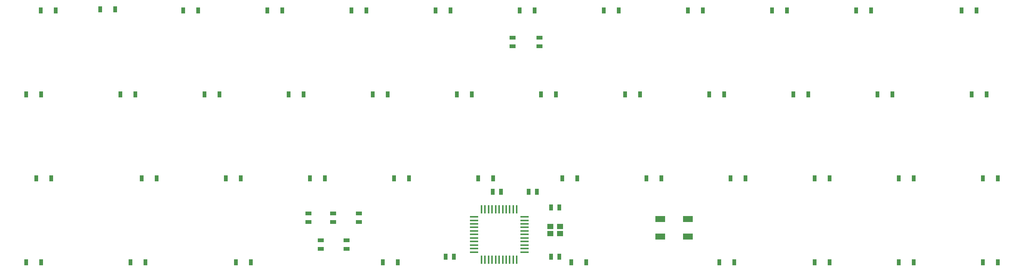
<source format=gbp>
G04 (created by PCBNEW (2013-07-07 BZR 4022)-stable) date 7/27/2014 4:03:04 PM*
%MOIN*%
G04 Gerber Fmt 3.4, Leading zero omitted, Abs format*
%FSLAX34Y34*%
G01*
G70*
G90*
G04 APERTURE LIST*
%ADD10C,0.00590551*%
%ADD11O,0.0748X0.016*%
%ADD12O,0.016X0.0748*%
%ADD13R,0.035X0.055*%
%ADD14R,0.055X0.035*%
%ADD15R,0.0906X0.0551*%
%ADD16R,0.0551X0.0453*%
G04 APERTURE END LIST*
G54D10*
G54D11*
X77750Y-56800D03*
X77750Y-56485D03*
X77750Y-56170D03*
X77750Y-55855D03*
X77750Y-55540D03*
X77750Y-55225D03*
X77750Y-57115D03*
X77750Y-57430D03*
X77750Y-57745D03*
X77750Y-58060D03*
X77750Y-58375D03*
X82250Y-56800D03*
X82250Y-56485D03*
X82250Y-56170D03*
X82250Y-55855D03*
X82250Y-55540D03*
X82250Y-55225D03*
X82250Y-57115D03*
X82250Y-57430D03*
X82250Y-57745D03*
X82250Y-58060D03*
X82250Y-58375D03*
G54D12*
X80000Y-54550D03*
X80000Y-59050D03*
X80315Y-54550D03*
X80315Y-59050D03*
X80630Y-59050D03*
X80630Y-54550D03*
X80945Y-54550D03*
X80945Y-59050D03*
X81260Y-59050D03*
X81260Y-54550D03*
X81575Y-54550D03*
X81575Y-59050D03*
X79685Y-59050D03*
X79685Y-54550D03*
X79370Y-54550D03*
X79370Y-59050D03*
X79055Y-59050D03*
X79055Y-54550D03*
X78740Y-54550D03*
X78740Y-59050D03*
X78425Y-59050D03*
X78425Y-54550D03*
G54D13*
X78145Y-51800D03*
X79455Y-51800D03*
X70645Y-51800D03*
X71955Y-51800D03*
X39145Y-36800D03*
X40455Y-36800D03*
X85645Y-51800D03*
X86955Y-51800D03*
X66845Y-36800D03*
X68155Y-36800D03*
X69645Y-59300D03*
X70955Y-59300D03*
X63145Y-51800D03*
X64455Y-51800D03*
X61245Y-44300D03*
X62555Y-44300D03*
X59345Y-36800D03*
X60655Y-36800D03*
X83745Y-44300D03*
X85055Y-44300D03*
X81845Y-36800D03*
X83155Y-36800D03*
X89345Y-36800D03*
X90655Y-36800D03*
X76245Y-44300D03*
X77555Y-44300D03*
X56545Y-59300D03*
X57855Y-59300D03*
X47145Y-59300D03*
X48455Y-59300D03*
X55645Y-51800D03*
X56955Y-51800D03*
X53745Y-44300D03*
X55055Y-44300D03*
X48145Y-51800D03*
X49455Y-51800D03*
X46245Y-44300D03*
X47555Y-44300D03*
X37845Y-44300D03*
X39155Y-44300D03*
X51845Y-36800D03*
X53155Y-36800D03*
X44445Y-36700D03*
X45755Y-36700D03*
X113745Y-44300D03*
X115055Y-44300D03*
X38745Y-51800D03*
X40055Y-51800D03*
X100645Y-51800D03*
X101955Y-51800D03*
X93145Y-51800D03*
X94455Y-51800D03*
X74345Y-36800D03*
X75655Y-36800D03*
X121245Y-36800D03*
X122555Y-36800D03*
X122145Y-44300D03*
X123455Y-44300D03*
X115645Y-59300D03*
X116955Y-59300D03*
X123145Y-51800D03*
X124455Y-51800D03*
X111845Y-36800D03*
X113155Y-36800D03*
X115645Y-51800D03*
X116955Y-51800D03*
X91245Y-44300D03*
X92555Y-44300D03*
X108145Y-59300D03*
X109455Y-59300D03*
X108145Y-51800D03*
X109455Y-51800D03*
X104345Y-36800D03*
X105655Y-36800D03*
X106245Y-44300D03*
X107555Y-44300D03*
X68745Y-44300D03*
X70055Y-44300D03*
X98745Y-44300D03*
X100055Y-44300D03*
X96845Y-36800D03*
X98155Y-36800D03*
X99645Y-59300D03*
X100955Y-59300D03*
X86445Y-59300D03*
X87755Y-59300D03*
X37845Y-59300D03*
X39155Y-59300D03*
X83375Y-53000D03*
X82625Y-53000D03*
X75975Y-58800D03*
X75225Y-58800D03*
X80175Y-53000D03*
X79425Y-53000D03*
G54D14*
X83600Y-39975D03*
X83600Y-39225D03*
X81200Y-39975D03*
X81200Y-39225D03*
G54D13*
X85375Y-54400D03*
X84625Y-54400D03*
G54D14*
X66400Y-58075D03*
X66400Y-57325D03*
X67500Y-55675D03*
X67500Y-54925D03*
X65200Y-55675D03*
X65200Y-54925D03*
G54D13*
X84625Y-58800D03*
X85375Y-58800D03*
G54D14*
X64100Y-58075D03*
X64100Y-57325D03*
X63000Y-55675D03*
X63000Y-54925D03*
G54D15*
X94360Y-56988D03*
X96840Y-55413D03*
X96840Y-56987D03*
X94360Y-55413D03*
G54D16*
X85433Y-56085D03*
X84567Y-56085D03*
X85433Y-56715D03*
X84567Y-56715D03*
G54D13*
X123145Y-59300D03*
X124455Y-59300D03*
M02*

</source>
